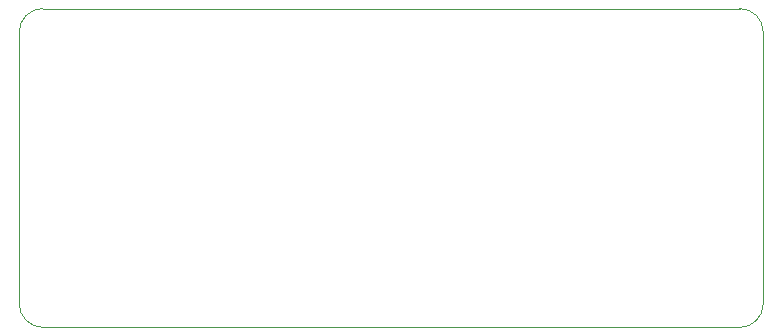
<source format=gm1>
G04 #@! TF.GenerationSoftware,KiCad,Pcbnew,7.0.9-1.fc39*
G04 #@! TF.CreationDate,2023-11-14T16:16:57+02:00*
G04 #@! TF.ProjectId,CAN_transceiver_module,43414e5f-7472-4616-9e73-636569766572,v1.0*
G04 #@! TF.SameCoordinates,Original*
G04 #@! TF.FileFunction,Profile,NP*
%FSLAX46Y46*%
G04 Gerber Fmt 4.6, Leading zero omitted, Abs format (unit mm)*
G04 Created by KiCad (PCBNEW 7.0.9-1.fc39) date 2023-11-14 16:16:57*
%MOMM*%
%LPD*%
G01*
G04 APERTURE LIST*
G04 #@! TA.AperFunction,Profile*
%ADD10C,0.100000*%
G04 #@! TD*
G04 APERTURE END LIST*
D10*
X99000000Y-87000000D02*
G75*
G03*
X97000000Y-89000000I0J-2000000D01*
G01*
X160000000Y-89000000D02*
G75*
G03*
X158000000Y-87000000I-2000000J0D01*
G01*
X99000000Y-87000000D02*
X158000000Y-87000000D01*
X97000000Y-112000000D02*
G75*
G03*
X99000000Y-114000000I2000000J0D01*
G01*
X97000000Y-112000000D02*
X97000000Y-89000000D01*
X158000000Y-114000000D02*
G75*
G03*
X160000000Y-112000000I0J2000000D01*
G01*
X160000000Y-89000000D02*
X160000000Y-112000000D01*
X158000000Y-114000000D02*
X99000000Y-114000000D01*
M02*

</source>
